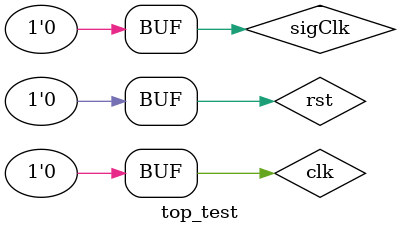
<source format=v>
`timescale 1ns / 1ps


module top_test;

	// Inputs
	reg clk;
	reg sigClk;
	reg rst;

	// Outputs
	wire MOSI;
	wire CS;
	wire SCK;

	// Instantiate the Unit Under Test (UUT)
	top uut (
		.clk(clk), 
		.MOSI(MOSI), 
		.CS(CS), 
		.SCK(SCK), 
		.sigClk(sigClk), 
		.rst(rst)
	);

	initial begin
		// Initialize Inputs
		clk = 0;
		sigClk = 0;
		rst = 0;

		// Wait 100 ns for global reset to finish
		#100;
      rst = 1;
		#100 rst = 0;
		// Add stimulus here

	end
    
endmodule


</source>
